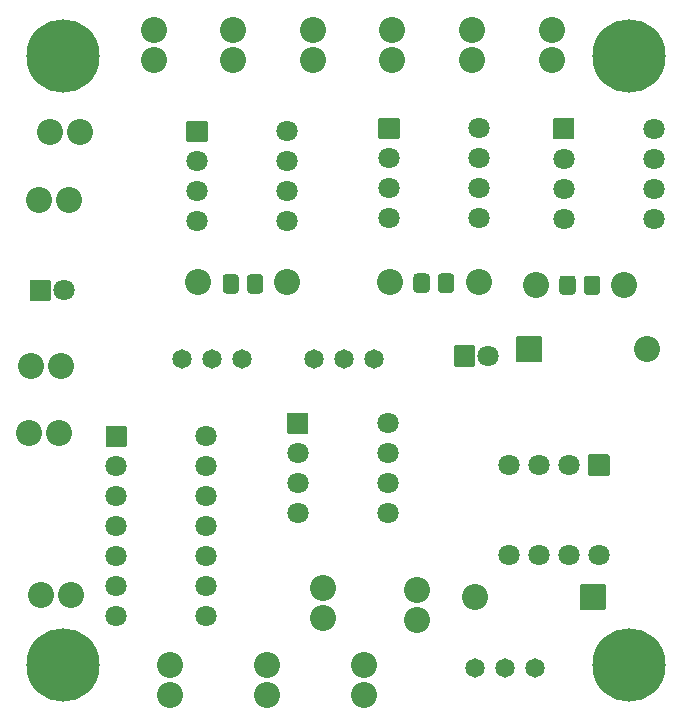
<source format=gbs>
G04 #@! TF.GenerationSoftware,KiCad,Pcbnew,(5.1.7)-1*
G04 #@! TF.CreationDate,2020-10-28T20:30:40-05:00*
G04 #@! TF.ProjectId,tent_map_amplitude,74656e74-5f6d-4617-905f-616d706c6974,1*
G04 #@! TF.SameCoordinates,Original*
G04 #@! TF.FileFunction,Soldermask,Bot*
G04 #@! TF.FilePolarity,Negative*
%FSLAX46Y46*%
G04 Gerber Fmt 4.6, Leading zero omitted, Abs format (unit mm)*
G04 Created by KiCad (PCBNEW (5.1.7)-1) date 2020-10-28 20:30:40*
%MOMM*%
%LPD*%
G01*
G04 APERTURE LIST*
%ADD10C,2.203200*%
%ADD11C,1.643200*%
%ADD12C,6.203200*%
%ADD13C,1.803200*%
G04 APERTURE END LIST*
D10*
X70561200Y-83619340D03*
X68021200Y-83619340D03*
D11*
X85834220Y-83045300D03*
X83294220Y-83045300D03*
X80754220Y-83045300D03*
D12*
X70713600Y-108966000D03*
X118618000Y-108966000D03*
X118618000Y-57404000D03*
X70713600Y-57404000D03*
D10*
X79725520Y-111439960D03*
X79725520Y-108899960D03*
G36*
G01*
X87666320Y-76118754D02*
X87666320Y-77185486D01*
G75*
G02*
X87373086Y-77478720I-293234J0D01*
G01*
X86581354Y-77478720D01*
G75*
G02*
X86288120Y-77185486I0J293234D01*
G01*
X86288120Y-76118754D01*
G75*
G02*
X86581354Y-75825520I293234J0D01*
G01*
X87373086Y-75825520D01*
G75*
G02*
X87666320Y-76118754I0J-293234D01*
G01*
G37*
G36*
G01*
X85591320Y-76118754D02*
X85591320Y-77185486D01*
G75*
G02*
X85298086Y-77478720I-293234J0D01*
G01*
X84506354Y-77478720D01*
G75*
G02*
X84213120Y-77185486I0J293234D01*
G01*
X84213120Y-76118754D01*
G75*
G02*
X84506354Y-75825520I293234J0D01*
G01*
X85298086Y-75825520D01*
G75*
G02*
X85591320Y-76118754I0J-293234D01*
G01*
G37*
G36*
G01*
X103823260Y-76062874D02*
X103823260Y-77129606D01*
G75*
G02*
X103530026Y-77422840I-293234J0D01*
G01*
X102738294Y-77422840D01*
G75*
G02*
X102445060Y-77129606I0J293234D01*
G01*
X102445060Y-76062874D01*
G75*
G02*
X102738294Y-75769640I293234J0D01*
G01*
X103530026Y-75769640D01*
G75*
G02*
X103823260Y-76062874I0J-293234D01*
G01*
G37*
G36*
G01*
X101748260Y-76062874D02*
X101748260Y-77129606D01*
G75*
G02*
X101455026Y-77422840I-293234J0D01*
G01*
X100663294Y-77422840D01*
G75*
G02*
X100370060Y-77129606I0J293234D01*
G01*
X100370060Y-76062874D01*
G75*
G02*
X100663294Y-75769640I293234J0D01*
G01*
X101455026Y-75769640D01*
G75*
G02*
X101748260Y-76062874I0J-293234D01*
G01*
G37*
G36*
G01*
X114107720Y-76240674D02*
X114107720Y-77307406D01*
G75*
G02*
X113814486Y-77600640I-293234J0D01*
G01*
X113022754Y-77600640D01*
G75*
G02*
X112729520Y-77307406I0J293234D01*
G01*
X112729520Y-76240674D01*
G75*
G02*
X113022754Y-75947440I293234J0D01*
G01*
X113814486Y-75947440D01*
G75*
G02*
X114107720Y-76240674I0J-293234D01*
G01*
G37*
G36*
G01*
X116182720Y-76240674D02*
X116182720Y-77307406D01*
G75*
G02*
X115889486Y-77600640I-293234J0D01*
G01*
X115097754Y-77600640D01*
G75*
G02*
X114804520Y-77307406I0J293234D01*
G01*
X114804520Y-76240674D01*
G75*
G02*
X115097754Y-75947440I293234J0D01*
G01*
X115889486Y-75947440D01*
G75*
G02*
X116182720Y-76240674I0J-293234D01*
G01*
G37*
D11*
X91970860Y-83050380D03*
X94510860Y-83050380D03*
X97050860Y-83050380D03*
D10*
X71186560Y-69558020D03*
X68646560Y-69558020D03*
D13*
X106693720Y-82760820D03*
G36*
G01*
X103792120Y-83560820D02*
X103792120Y-81960820D01*
G75*
G02*
X103893720Y-81859220I101600J0D01*
G01*
X105493720Y-81859220D01*
G75*
G02*
X105595320Y-81960820I0J-101600D01*
G01*
X105595320Y-83560820D01*
G75*
G02*
X105493720Y-83662420I-101600J0D01*
G01*
X103893720Y-83662420D01*
G75*
G02*
X103792120Y-83560820I0J101600D01*
G01*
G37*
G36*
G01*
X67879060Y-78008380D02*
X67879060Y-76408380D01*
G75*
G02*
X67980660Y-76306780I101600J0D01*
G01*
X69580660Y-76306780D01*
G75*
G02*
X69682260Y-76408380I0J-101600D01*
G01*
X69682260Y-78008380D01*
G75*
G02*
X69580660Y-78109980I-101600J0D01*
G01*
X67980660Y-78109980D01*
G75*
G02*
X67879060Y-78008380I0J101600D01*
G01*
G37*
X70780660Y-77208380D03*
D10*
X98592640Y-55168800D03*
X98592640Y-57708800D03*
X82162000Y-76504800D03*
X89662000Y-76504800D03*
X98418000Y-76504800D03*
X105918000Y-76504800D03*
X110711600Y-76733400D03*
X118211600Y-76733400D03*
D13*
X89662000Y-63754000D03*
X89662000Y-66294000D03*
X89662000Y-68834000D03*
X89662000Y-71374000D03*
X82042000Y-71374000D03*
X82042000Y-68834000D03*
X82042000Y-66294000D03*
G36*
G01*
X81140400Y-64554000D02*
X81140400Y-62954000D01*
G75*
G02*
X81242000Y-62852400I101600J0D01*
G01*
X82842000Y-62852400D01*
G75*
G02*
X82943600Y-62954000I0J-101600D01*
G01*
X82943600Y-64554000D01*
G75*
G02*
X82842000Y-64655600I-101600J0D01*
G01*
X81242000Y-64655600D01*
G75*
G02*
X81140400Y-64554000I0J101600D01*
G01*
G37*
X105918000Y-63500000D03*
X105918000Y-66040000D03*
X105918000Y-68580000D03*
X105918000Y-71120000D03*
X98298000Y-71120000D03*
X98298000Y-68580000D03*
X98298000Y-66040000D03*
G36*
G01*
X97396400Y-64300000D02*
X97396400Y-62700000D01*
G75*
G02*
X97498000Y-62598400I101600J0D01*
G01*
X99098000Y-62598400D01*
G75*
G02*
X99199600Y-62700000I0J-101600D01*
G01*
X99199600Y-64300000D01*
G75*
G02*
X99098000Y-64401600I-101600J0D01*
G01*
X97498000Y-64401600D01*
G75*
G02*
X97396400Y-64300000I0J101600D01*
G01*
G37*
X120726200Y-63525400D03*
X120726200Y-66065400D03*
X120726200Y-68605400D03*
X120726200Y-71145400D03*
X113106200Y-71145400D03*
X113106200Y-68605400D03*
X113106200Y-66065400D03*
G36*
G01*
X112204600Y-64325400D02*
X112204600Y-62725400D01*
G75*
G02*
X112306200Y-62623800I101600J0D01*
G01*
X113906200Y-62623800D01*
G75*
G02*
X114007800Y-62725400I0J-101600D01*
G01*
X114007800Y-64325400D01*
G75*
G02*
X113906200Y-64427000I-101600J0D01*
G01*
X112306200Y-64427000D01*
G75*
G02*
X112204600Y-64325400I0J101600D01*
G01*
G37*
X116078000Y-99618800D03*
X113538000Y-99618800D03*
X110998000Y-99618800D03*
X108458000Y-99618800D03*
X108458000Y-91998800D03*
X110998000Y-91998800D03*
X113538000Y-91998800D03*
G36*
G01*
X115278000Y-91097200D02*
X116878000Y-91097200D01*
G75*
G02*
X116979600Y-91198800I0J-101600D01*
G01*
X116979600Y-92798800D01*
G75*
G02*
X116878000Y-92900400I-101600J0D01*
G01*
X115278000Y-92900400D01*
G75*
G02*
X115176400Y-92798800I0J101600D01*
G01*
X115176400Y-91198800D01*
G75*
G02*
X115278000Y-91097200I101600J0D01*
G01*
G37*
X98201480Y-88455500D03*
X98201480Y-90995500D03*
X98201480Y-93535500D03*
X98201480Y-96075500D03*
X90581480Y-96075500D03*
X90581480Y-93535500D03*
X90581480Y-90995500D03*
G36*
G01*
X89679880Y-89255500D02*
X89679880Y-87655500D01*
G75*
G02*
X89781480Y-87553900I101600J0D01*
G01*
X91381480Y-87553900D01*
G75*
G02*
X91483080Y-87655500I0J-101600D01*
G01*
X91483080Y-89255500D01*
G75*
G02*
X91381480Y-89357100I-101600J0D01*
G01*
X89781480Y-89357100D01*
G75*
G02*
X89679880Y-89255500I0J101600D01*
G01*
G37*
X82826860Y-89575640D03*
X82826860Y-92115640D03*
X82826860Y-94655640D03*
X82826860Y-97195640D03*
X82826860Y-99735640D03*
X82826860Y-102275640D03*
X82826860Y-104815640D03*
X75206860Y-104815640D03*
X75206860Y-102275640D03*
X75206860Y-99735640D03*
X75206860Y-97195640D03*
X75206860Y-94655640D03*
X75206860Y-92115640D03*
G36*
G01*
X74305260Y-90375640D02*
X74305260Y-88775640D01*
G75*
G02*
X74406860Y-88674040I101600J0D01*
G01*
X76006860Y-88674040D01*
G75*
G02*
X76108460Y-88775640I0J-101600D01*
G01*
X76108460Y-90375640D01*
G75*
G02*
X76006860Y-90477240I-101600J0D01*
G01*
X74406860Y-90477240D01*
G75*
G02*
X74305260Y-90375640I0J101600D01*
G01*
G37*
D10*
X85120480Y-57708800D03*
X85120480Y-55168800D03*
X91856560Y-55168800D03*
X91856560Y-57708800D03*
X105328720Y-55168800D03*
X105328720Y-57708800D03*
X78384400Y-55168800D03*
X78384400Y-57708800D03*
X70385940Y-89298780D03*
X67845940Y-89298780D03*
X71412100Y-103027480D03*
X68872100Y-103027480D03*
X100711000Y-102539800D03*
X100711000Y-105079800D03*
X92710000Y-102412800D03*
X92710000Y-104952800D03*
X96207580Y-111439960D03*
X96207580Y-108899960D03*
X87966550Y-111439960D03*
X87966550Y-108899960D03*
X72123300Y-63830200D03*
X69583300Y-63830200D03*
X112064800Y-55168800D03*
X112064800Y-57708800D03*
D11*
X110627160Y-109166660D03*
X108087160Y-109166660D03*
X105547160Y-109166660D03*
D10*
X105570000Y-103174800D03*
G36*
G01*
X116671600Y-102174800D02*
X116671600Y-104174800D01*
G75*
G02*
X116570000Y-104276400I-101600J0D01*
G01*
X114570000Y-104276400D01*
G75*
G02*
X114468400Y-104174800I0J101600D01*
G01*
X114468400Y-102174800D01*
G75*
G02*
X114570000Y-102073200I101600J0D01*
G01*
X116570000Y-102073200D01*
G75*
G02*
X116671600Y-102174800I0J-101600D01*
G01*
G37*
X120167400Y-82194400D03*
G36*
G01*
X109065800Y-83194400D02*
X109065800Y-81194400D01*
G75*
G02*
X109167400Y-81092800I101600J0D01*
G01*
X111167400Y-81092800D01*
G75*
G02*
X111269000Y-81194400I0J-101600D01*
G01*
X111269000Y-83194400D01*
G75*
G02*
X111167400Y-83296000I-101600J0D01*
G01*
X109167400Y-83296000D01*
G75*
G02*
X109065800Y-83194400I0J101600D01*
G01*
G37*
M02*

</source>
